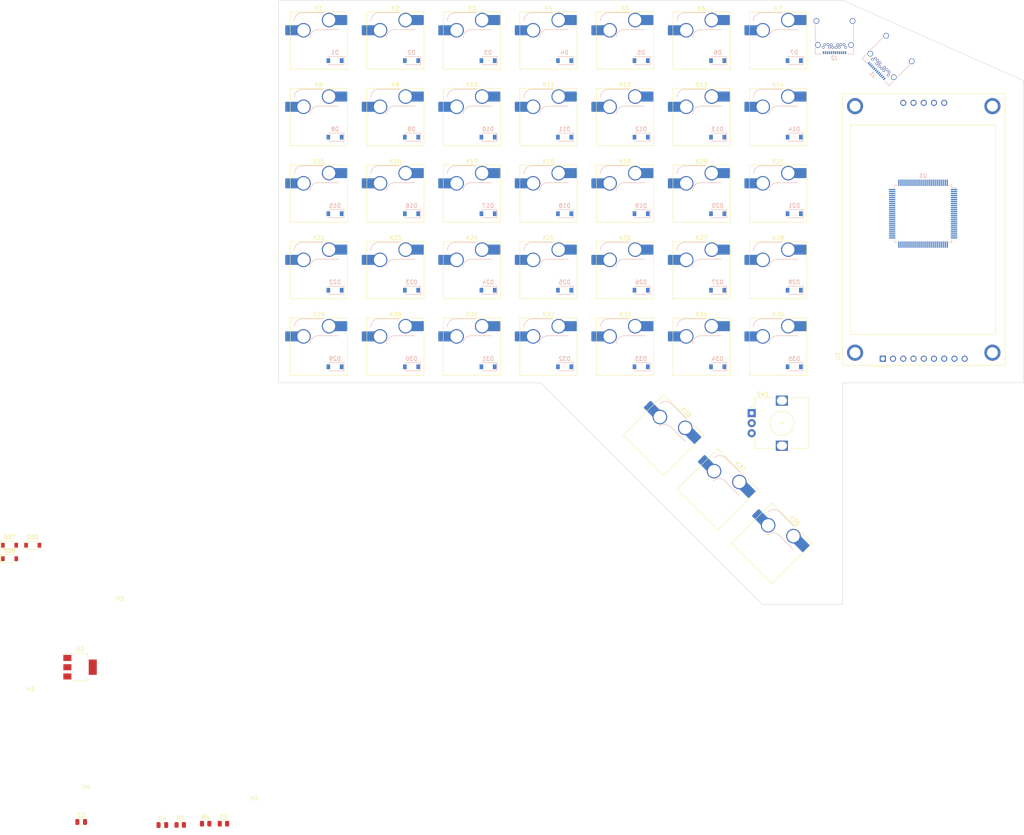
<source format=kicad_pcb>
(kicad_pcb (version 20211014) (generator pcbnew)
  (layers (0 "F.Cu" signal) (31 "B.Cu" signal) (34 "B.Paste" user) (35 "F.Paste" user) (36 "B.SilkS" user "B.Silkscreen") (37 "F.SilkS" user "F.Silkscreen") (38 "B.Mask" user) (39 "F.Mask" user) (44 "Edge.Cuts" user))
  (net 0 "")
  (net 1 "Net-(D1-Pad2)")
  (net 2 "/row0")
  (net 3 "Net-(D2-Pad2)")
  (net 4 "/row1")
  (net 5 "Net-(D3-Pad2)")
  (net 6 "/row2")
  (net 7 "Net-(D4-Pad2)")
  (net 8 "/row3")
  (net 9 "Net-(D5-Pad2)")
  (net 10 "Net-(D6-Pad2)")
  (net 11 "Net-(D7-Pad2)")
  (net 12 "Net-(D8-Pad2)")
  (net 13 "Net-(D9-Pad2)")
  (net 14 "Net-(D10-Pad2)")
  (net 15 "Net-(D11-Pad2)")
  (net 16 "Net-(D12-Pad2)")
  (net 17 "Net-(D13-Pad2)")
  (net 18 "Net-(D14-Pad2)")
  (net 19 "Net-(D15-Pad2)")
  (net 20 "Net-(D16-Pad2)")
  (net 21 "/col0")
  (net 22 "/col1")
  (net 23 "/col2")
  (net 24 "/col3")
  (net 25 "Power Regulator")
  (net 26 "GND")
  (net 27 "/row4")
  (net 28 "/row5")
  (net 29 "/row6")
  (net 30 "Net-(D17-Pad2)")
  (net 31 "Net-(D18-Pad2)")
  (net 32 "Net-(D19-Pad2)")
  (net 33 "Net-(D20-Pad2)")
  (net 34 "Net-(D21-Pad2)")
  (net 35 "Net-(D22-Pad2)")
  (net 36 "Net-(D23-Pad2)")
  (net 37 "Net-(D24-Pad2)")
  (net 38 "Net-(D25-Pad2)")
  (net 39 "Net-(D26-Pad2)")
  (net 40 "Net-(D27-Pad2)")
  (net 41 "Net-(D28-Pad2)")
  (net 42 "Net-(D29-Pad2)")
  (net 43 "Net-(D30-Pad2)")
  (net 44 "Net-(D31-Pad2)")
  (net 45 "Net-(D32-Pad2)")
  (net 46 "Net-(D33-Pad2)")
  (net 47 "Net-(D34-Pad2)")
  (net 48 "Net-(D35-Pad2)")
  (net 49 "Net-(D36-Pad2)")
  (net 50 "Net-(D37-Pad2)")
  (net 51 "Net-(D38-Pad2)")
  (net 52 "/col4")
  (net 53 "/col5")
  (net 54 "+3.3V")
  (net 55 "Vbus")
  (net 156 "+3v3 to micro")
  (net 157 "Net-(C2-Pad1)")
  (net 175 "/5V")
  (net 184 "Net-(J1-PadA1)")
  (net 187 "Net-(J1-PadA4)")
  (footprint "MountingHole:MountingHole_2.7mm" (layer "F.Cu") (at 88.94 231.83)
    (fp_text reference "H2")
    (fp_text value "MountingHole")
  )
  (footprint "6:SW_Hotswap_Kailh_MX_plated" (layer "F.Cu") (at 219 97)
    (fp_text reference "K28")
    (fp_text value "KEYSW")
  )
  (footprint "6:SW_Hotswap_Kailh_MX_plated" (layer "F.Cu") (at 162 59)
    (fp_text reference "K11")
    (fp_text value "KEYSW")
  )
  (footprint "6:SW_Hotswap_Kailh_MX_plated" (layer "F.Cu") (at 181 116)
    (fp_text reference "K33")
    (fp_text value "KEYSW")
  )
  (footprint "6:SW_Hotswap_Kailh_MX_plated" (layer "F.Cu") (at 200 78)
    (fp_text reference "K20")
    (fp_text value "KEYSW")
  )
  (footprint "6:SW_Hotswap_Kailh_MX_plated" (layer "F.Cu") (at 200 59)
    (fp_text reference "K13")
    (fp_text value "KEYSW")
  )
  (footprint "6:SW_Hotswap_Kailh_MX_plated" (layer "F.Cu") (at 219 40)
    (fp_text reference "K7")
    (fp_text value "KEYSW")
  )
  (footprint "Diode_SMD:D_SOD-123" (layer "F.Cu") (at 28.22 165.3)
    (fp_text reference "D37")
    (fp_text value "D")
  )
  (footprint "6:SW_Hotswap_Kailh_MX_plated" (layer "F.Cu") (at 143 78)
    (fp_text reference "K17")
    (fp_text value "KEYSW")
  )
  (footprint "6:SW_Hotswap_Kailh_MX_plated" (layer "F.Cu") (at 124 78)
    (fp_text reference "K16")
    (fp_text value "KEYSW")
  )
  (footprint "6:SW_Hotswap_Kailh_MX_plated" (layer "F.Cu") (at 204 151.395265 -45)
    (fp_text reference "K37")
    (fp_text value "KEYSW")
  )
  (footprint "Package_TO_SOT_SMD:SOT-223-3_TabPin2" (layer "F.Cu") (at 45.72 195.58)
    (fp_text reference "U2")
    (fp_text value "AMS1117-3.3")
  )
  (footprint "Resistor_SMD:R_0805_2012Metric" (layer "F.Cu") (at 81.31 234.43)
    (fp_text reference "C3")
    (fp_text value "0.1uF")
  )
  (footprint "6:SW_Hotswap_Kailh_MX_plated" (layer "F.Cu") (at 124 40)
    (fp_text reference "K2")
    (fp_text value "KEYSW")
  )
  (footprint "6:SW_Hotswap_Kailh_MX_plated" (layer "F.Cu") (at 217.435029 164.830294 -45)
    (fp_text reference "K38")
    (fp_text value "KEYSW")
  )
  (footprint "6:SW_Hotswap_Kailh_MX_plated" (layer "F.Cu") (at 181 40)
    (fp_text reference "K5")
    (fp_text value "KEYSW")
  )
  (footprint "6:SW_Hotswap_Kailh_MX_plated" (layer "F.Cu") (at 124 59)
    (fp_text reference "K9")
    (fp_text value "KEYSW")
  )
  (footprint "6:SW_Hotswap_Kailh_MX_plated" (layer "F.Cu") (at 162 116)
    (fp_text reference "K32")
    (fp_text value "KEYSW")
  )
  (footprint "Resistor_SMD:R_0805_2012Metric" (layer "F.Cu") (at 76.9 234.43)
    (fp_text reference "R4")
    (fp_text value "100K")
  )
  (footprint "Diode_SMD:D_SOD-123" (layer "F.Cu") (at 33.97 165.3)
    (fp_text reference "D38")
    (fp_text value "D")
  )
  (footprint "6:SW_Hotswap_Kailh_MX_plated" (layer "F.Cu") (at 105 40)
    (fp_text reference "K1")
    (fp_text value "KEYSW")
  )
  (footprint "Capacitor_SMD:C_0805_2012Metric" (layer "F.Cu") (at 66.15 234.76)
    (fp_text reference "C4")
    (fp_text value "10u")
  )
  (footprint "6:SW_Hotswap_Kailh_MX_plated" (layer "F.Cu") (at 181 97)
    (fp_text reference "K26")
    (fp_text value "KEYSW")
  )
  (footprint "Rotary_Encoder:RotaryEncoder_Alps_EC12E_Vertical_H20mm" (layer "F.Cu") (at 212.45 132.5)
    (fp_text reference "SW1")
    (fp_text value "RotaryEncoder")
  )
  (footprint "6:SW_Hotswap_Kailh_MX_plated" (layer "F.Cu") (at 162 40)
    (fp_text reference "K4")
    (fp_text value "KEYSW")
  )
  (footprint "6:SW_Hotswap_Kailh_MX_plated" (layer "F.Cu") (at 200 116)
    (fp_text reference "K34")
    (fp_text value "KEYSW")
  )
  (footprint "6:SW_Hotswap_Kailh_MX_plated" (layer "F.Cu") (at 124 116)
    (fp_text reference "K30")
    (fp_text value "KEYSW")
  )
  (footprint "6:SW_Hotswap_Kailh_MX_plated" (layer "F.Cu") (at 219 59)
    (fp_text reference "K14")
    (fp_text value "KEYSW")
  )
  (footprint "Diode_SMD:D_SOD-123" (layer "F.Cu") (at 28.22 168.65)
    (fp_text reference "D36")
    (fp_text value "D")
  )
  (footprint "6:SW_Hotswap_Kailh_MX_plated" (layer "F.Cu") (at 181 59)
    (fp_text reference "K12")
    (fp_text value "KEYSW")
  )
  (footprint "6:SW_Hotswap_Kailh_MX_plated" (layer "F.Cu") (at 105 97)
    (fp_text reference "K22")
    (fp_text value "KEYSW")
  )
  (footprint "Display:CR2013-MI2120" (layer "F.Cu") (at 245 119 90)
    (fp_text reference "U3")
    (fp_text value "CR2013-MI2120")
  )
  (footprint "6:SW_Hotswap_Kailh_MX_plated" (layer "F.Cu") (at 200 40)
    (fp_text reference "K6")
    (fp_text value "KEYSW")
  )
  (footprint "6:SW_Hotswap_Kailh_MX_plated" (layer "F.Cu") (at 105 59)
    (fp_text reference "K8")
    (fp_text value "KEYSW")
  )
  (footprint "6:SW_Hotswap_Kailh_MX_plated" (layer "F.Cu") (at 162 78)
    (fp_text reference "K18")
    (fp_text value "KEYSW")
  )
  (footprint "6:SW_Hotswap_Kailh_MX_plated" (layer "F.Cu") (at 105 78)
    (fp_text reference "K15")
    (fp_text value "KEYSW")
  )
  (footprint "6:SW_Hotswap_Kailh_MX_plated" (layer "F.Cu") (at 219 78)
    (fp_text reference "K21")
    (fp_text value "KEYSW")
  )
  (footprint "6:SW_Hotswap_Kailh_MX_plated" (layer "F.Cu") (at 181 78)
    (fp_text reference "K19")
    (fp_text value "KEYSW")
  )
  (footprint "MountingHole:MountingHole_2.7mm" (layer "F.Cu") (at 116.28 207.08)
    (fp_text reference "H1")
    (fp_text value "MountingHole")
  )
  (footprint "MountingHole:MountingHole_2.7mm" (layer "F.Cu") (at 49.71 183.28)
    (fp_text reference "H3")
    (fp_text value "MountingHole")
  )
  (footprint "MountingHole:MountingHole_2.7mm" (layer "F.Cu") (at 47.25 229.02)
    (fp_text reference "H4")
    (fp_text value "MountingHole")
  )
  (footprint "6:SW_Hotswap_Kailh_MX_plated" (layer "F.Cu") (at 162 97)
    (fp_text reference "K25")
    (fp_text value "KEYSW")
  )
  (footprint "6:SW_Hotswap_Kailh_MX_plated" (layer "F.Cu") (at 143 59)
    (fp_text reference "K10")
    (fp_text value "KEYSW")
  )
  (footprint "6:SW_Hotswap_Kailh_MX_plated" (layer "F.Cu") (at 143 116)
    (fp_text reference "K31")
    (fp_text value "KEYSW")
  )
  (footprint "6:SW_Hotswap_Kailh_MX_plated" (layer "F.Cu") (at 124 97)
    (fp_text reference "K23")
    (fp_text value "KEYSW")
  )
  (footprint "6:SW_Hotswap_Kailh_MX_plated" (layer "F.Cu") (at 105 116)
    (fp_text reference "K29")
    (fp_text value "KEYSW")
  )
  (footprint "6:SW_Hotswap_Kailh_MX_plated" (layer "F.Cu") (at 143 97)
    (fp_text reference "K24")
    (fp_text value "KEYSW")
  )
  (footprint "Capacitor_SMD:C_0805_2012Metric" (layer "F.Cu") (at 46 234)
    (fp_text reference "C2")
    (fp_text value "10u")
  )
  (footprint "6:SW_Hotswap_Kailh_MX_plated" (layer "F.Cu") (at 190.564971 137.960236 -45)
    (fp_text reference "K36")
    (fp_text value "KEYSW")
  )
  (footprint "6:SW_Hotswap_Kailh_MX_plated" (layer "F.Cu") (at 219 116)
    (fp_text reference "K35")
    (fp_text value "KEYSW")
  )
  (footprint "Resistor_SMD:R_0805_2012Metric" (layer "F.Cu") (at 70.58 234.73)
    (fp_text reference "R3")
    (fp_text value "10K")
  )
  (footprint "6:SW_Hotswap_Kailh_MX_plated" (layer "F.Cu") (at 200 97)
    (fp_text reference "K27")
    (fp_text value "KEYSW")
  )
  (footprint "6:SW_Hotswap_Kailh_MX_plated" (layer "F.Cu") (at 143 40)
    (fp_text reference "K3")
    (fp_text value "KEYSW")
  )
  (footprint "Diode_SMD:D_SOD-123" (layer "B.Cu") (at 109 102 180)
    (fp_text reference "D22")
    (fp_text value "D")
  )
  (footprint "Diode_SMD:D_SOD-123" (layer "B.Cu") (at 185 83 180)
    (fp_text reference "D19")
    (fp_text value "D")
  )
  (footprint "Diode_SMD:D_SOD-123" (layer "B.Cu") (at 128 64 180)
    (fp_text reference "D9")
    (fp_text value "D")
  )
  (footprint "Diode_SMD:D_SOD-123" (layer "B.Cu") (at 204 64 180)
    (fp_text reference "D13")
    (fp_text value "D")
  )
  (footprint "Diode_SMD:D_SOD-123" (layer "B.Cu") (at 147 64 180)
    (fp_text reference "D10")
    (fp_text value "D")
  )
  (footprint "Diode_SMD:D_SOD-123" (layer "B.Cu") (at 185 64 180)
    (fp_text reference "D12")
    (fp_text value "D")
  )
  (footprint "Diode_SMD:D_SOD-123" (layer "B.Cu") (at 128 83 180)
    (fp_text reference "D16")
    (fp_text value "D")
  )
  (footprint "Diode_SMD:D_SOD-123" (layer "B.Cu") (at 109 83 180)
    (fp_text reference "D15")
    (fp_text value "D")
  )
  (footprint "Diode_SMD:D_SOD-123" (layer "B.Cu") (at 166 64 180)
    (fp_text reference "D11")
    (fp_text value "D")
  )
  (footprint "Diode_SMD:D_SOD-123" (layer "B.Cu") (at 128 45 180)
    (fp_text reference "D2")
    (fp_text value "D")
  )
  (footprint "Diode_SMD:D_SOD-123" (layer "B.Cu") (at 223 64 180)
    (fp_text reference "D14")
    (fp_text value "D")
  )
  (footprint "Diode_SMD:D_SOD-123" (layer "B.Cu") (at 147 83 180)
    (fp_text reference "D17")
    (fp_text value "D")
  )
  (footprint "Diode_SMD:D_SOD-123" (layer "B.Cu") (at 128 102 180)
    (fp_text reference "D23")
    (fp_text value "D")
  )
  (footprint "Diode_SMD:D_SOD-123" (layer "B.Cu") (at 147 45 180)
    (fp_text reference "D3")
    (fp_text value "D")
  )
  (footprint "Diode_SMD:D_SOD-123" (layer "B.Cu") (at 204 121 180)
    (fp_text reference "D34")
    (fp_text value "D")
  )
  (footprint "Package_QFP:LQFP-100_14x14mm_P0.5mm" (layer "B.Cu") (at 255 83 180)
    (fp_text reference "U1")
    (fp_text value "STM32F407VGTx")
  )
  (footprint "Diode_SMD:D_SOD-123" (layer "B.Cu") (at 128 121 180)
    (fp_text reference "D30")
    (fp_text value "D")
  )
  (footprint "Diode_SMD:D_SOD-123" (layer "B.Cu") (at 166 102 180)
    (fp_text reference "D25")
    (fp_text value "D")
  )
  (footprint "Diode_SMD:D_SOD-123" (layer "B.Cu") (at 223 121 180)
    (fp_text reference "D35")
    (fp_text value "D")
  )
  (footprint "Diode_SMD:D_SOD-123" (layer "B.Cu") (at 147 121 180)
    (fp_text reference "D31")
    (fp_text value "D")
  )
  (footprint "Diode_SMD:D_SOD-123" (layer "B.Cu") (at 223 83 180)
    (fp_text reference "D21")
    (fp_text value "D")
  )
  (footprint "Diode_SMD:D_SOD-123" (layer "B.Cu") (at 185 45 180)
    (fp_text reference "D5")
    (fp_text value "D")
  )
  (footprint "Diode_SMD:D_SOD-123" (layer "B.Cu") (at 166 83 180)
    (fp_text reference "D18")
    (fp_text value "D")
  )
  (footprint "Diode_SMD:D_SOD-123" (layer "B.Cu") (at 223 102 180)
    (fp_text reference "D28")
    (fp_text value "D")
  )
  (footprint "Diode_SMD:D_SOD-123" (layer "B.Cu") (at 166 121 180)
    (fp_text reference "D32")
    (fp_text value "D")
  )
  (footprint "Diode_SMD:D_SOD-123" (layer "B.Cu") (at 204 102 180)
    (fp_text reference "D27")
    (fp_text value "D")
  )
  (footprint "Diode_SMD:D_SOD-123" (layer "B.Cu") (at 109 121 180)
    (fp_text reference "D29")
    (fp_text value "D")
  )
  (footprint "Diode_SMD:D_SOD-123" (layer "B.Cu") (at 223 45 180)
    (fp_text reference "D7")
    (fp_text value "D")
  )
  (footprint "Diode_SMD:D_SOD-123" (layer "B.Cu") (at 204 45 180)
    (fp_text reference "D6")
    (fp_text value "D")
  )
  (footprint "Diode_SMD:D_SOD-123" (layer "B.Cu") (at 109 45 180)
    (fp_text reference "D1")
    (fp_text value "D")
  )
  (footprint "Connector_USB:USB_C_Receptacle_Amphenol_12401548E4-2A_CircularHoles" (layer "B.Cu") (at 233 38)
    (fp_text reference "J2")
    (fp_text value "USB_C_Receptacle_USB2.0")
  )
  (footprint "Diode_SMD:D_SOD-123" (layer "B.Cu") (at 109 64 180)
    (fp_text reference "D8")
    (fp_text value "D")
  )
  (footprint "Diode_SMD:D_SOD-123" (layer "B.Cu") (at 204 83 180)
    (fp_text reference "D20")
    (fp_text value "D")
  )
  (footprint "Connector_USB:USB_C_Receptacle_Amphenol_12401548E4-2A_CircularHoles" (layer "B.Cu") (at 247 44 -45)
    (fp_text reference "J1")
    (fp_text value "USB_C_Receptacle")
  )
  (footprint "Diode_SMD:D_SOD-123" (layer "B.Cu") (at 185 102 180)
    (fp_text reference "D26")
    (fp_text value "D")
  )
  (footprint "Diode_SMD:D_SOD-123" (layer "B.Cu") (at 166 45 180)
    (fp_text reference "D4")
    (fp_text value "D")
  )
  (footprint "Diode_SMD:D_SOD-123" (layer "B.Cu") (at 147 102 180)
    (fp_text reference "D24")
    (fp_text value "D")
  )
  (footprint "Diode_SMD:D_SOD-123" (layer "B.Cu") (at 185 121 180)
    (fp_text reference "D33")
    (fp_text value "D")
  )
  (gr_line (start 160 125) (end 215 180) (layer "Edge.Cuts") (width 0.1))
  (gr_line (start 215 180) (end 235 180) (layer "Edge.Cuts") (width 0.1))
  (gr_line (start 235 180) (end 235 125) (layer "Edge.Cuts") (width 0.1))
  (gr_line (start 95 30) (end 95 125) (layer "Edge.Cuts") (width 0.1))
  (gr_line (start 95 125) (end 160 125) (layer "Edge.Cuts") (width 0.1))
  (gr_line (start 280 50) (end 235 30) (layer "Edge.Cuts") (width 0.1))
  (gr_line (start 280 125) (end 280 50) (layer "Edge.Cuts") (width 0.1))
  (gr_line (start 235 125) (end 280 125) (layer "Edge.Cuts") (width 0.1))
  (gr_line (start 95 30) (end 235 30) (layer "Edge.Cuts") (width 0.1))
  (segment (start 145.54 101.89) (end 145.65 102) (width 0.25) (layer "F.Cu") (net 1))
  (segment (start 145.54 63.89) (end 145.65 64) (width 0.25) (layer "F.Cu") (net 1))
  (segment (start 183.54 101.89) (end 183.65 102) (width 0.25) (layer "F.Cu") (net 1))
  (segment (start 145.54 82.89) (end 145.65 83) (width 0.25) (layer "F.Cu") (net 1))
  (segment (start 164.54 63.89) (end 164.65 64) (width 0.25) (layer "F.Cu") (net 1))
  (segment (start 164.54 82.89) (end 164.65 83) (width 0.25) (layer "F.Cu") (net 1))
  (segment (start 164.54 101.89) (end 164.65 102) (width 0.25) (layer "F.Cu") (net 1))
  (segment (start 126.54 63.89) (end 126.65 64) (width 0.25) (layer "F.Cu") (net 1))
  (segment (start 126.54 44.89) (end 126.65 45) (width 0.25) (layer "F.Cu") (net 1))
  (segment (start 202.54 44.89) (end 202.65 45) (width 0.25) (layer "F.Cu") (net 1))
  (segment (start 183.54 63.89) (end 183.65 64) (width 0.25) (layer "F.Cu") (net 1))
  (segment (start 202.54 82.89) (end 202.65 83) (width 0.25) (layer "F.Cu") (net 1))
  (segment (start 107.54 44.89) (end 107.65 45) (width 0.25) (layer "F.Cu") (net 1))
  (segment (start 221.54 120.89) (end 221.65 121) (width 0.25) (layer "F.Cu") (net 1))
  (segment (start 145.54 44.89) (end 145.65 45) (width 0.25) (layer "F.Cu") (net 1))
  (segment (start 107.54 120.89) (end 107.65 121) (width 0.25) (layer "F.Cu") (net 1))
  (segment (start 221.54 63.89) (end 221.65 64) (width 0.25) (layer "F.Cu") (net 1))
  (segment (start 221.54 101.89) (end 221.65 102) (width 0.25) (layer "F.Cu") (net 1))
  (segment (start 107.54 82.89) (end 107.65 83) (width 0.25) (layer "F.Cu") (net 1))
  (segment (start 126.54 82.89) (end 126.65 83) (width 0.25) (layer "F.Cu") (net 1))
  (segment (start 164.54 44.89) (end 164.65 45) (width 0.25) (layer "F.Cu") (net 1))
  (segment (start 183.54 82.89) (end 183.65 83) (width 0.25) (layer "F.Cu") (net 1))
  (segment (start 202.54 101.89) (end 202.65 102) (width 0.25) (layer "F.Cu") (net 1))
  (segment (start 126.54 101.89) (end 126.65 102) (width 0.25) (layer "F.Cu") (net 1))
  (segment (start 202.54 120.89) (end 202.65 121) (width 0.25) (layer "F.Cu") (net 1))
  (segment (start 221.54 44.89) (end 221.65 45) (width 0.25) (layer "F.Cu") (net 1))
  (segment (start 145.54 120.89) (end 145.65 121) (width 0.25) (layer "F.Cu") (net 1))
  (segment (start 164.54 120.89) (end 164.65 121) (width 0.25) (layer "F.Cu") (net 1))
  (segment (start 183.54 120.89) (end 183.65 121) (width 0.25) (layer "F.Cu") (net 1))
  (segment (start 107.54 63.89) (end 107.65 64) (width 0.25) (layer "F.Cu") (net 1))
  (segment (start 183.54 44.89) (end 183.65 45) (width 0.25) (layer "F.Cu") (net 1))
  (segment (start 221.54 82.89) (end 221.65 83) (width 0.25) (layer "F.Cu") (net 1))
  (segment (start 107.54 101.89) (end 107.65 102) (width 0.25) (layer "F.Cu") (net 1))
  (segment (start 202.54 63.89) (end 202.65 64) (width 0.25) (layer "F.Cu") (net 1))
  (segment (start 126.54 120.89) (end 126.65 121) (width 0.25) (layer "F.Cu") (net 1))
)
</source>
